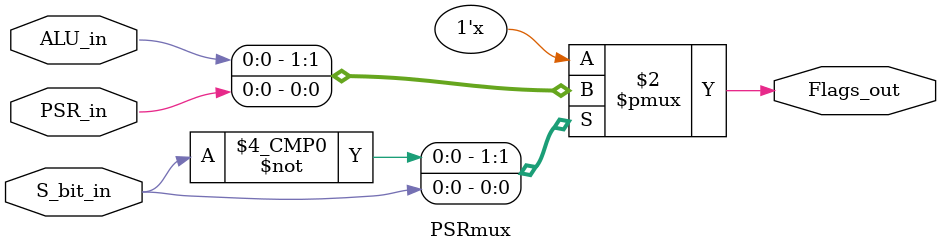
<source format=v>
module PSRmux(
    input PSR_in,
    input ALU_in,
    input S_bit_in,
    output reg Flags_out
);

    always @(*) begin
        case (S_bit_in)
        1'b0: Flags_out = ALU_in;
        1'b1: Flags_out = PSR_in;       
        endcase
    end
endmodule


</source>
